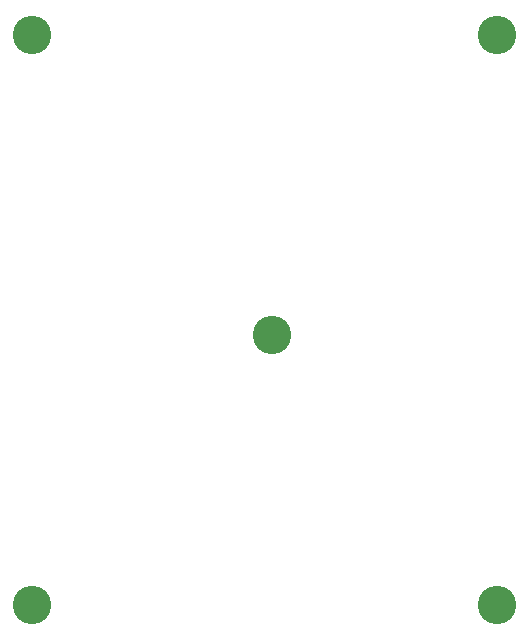
<source format=gbs>
G75*
G70*
%OFA0B0*%
%FSLAX24Y24*%
%IPPOS*%
%LPD*%
%AMOC8*
5,1,8,0,0,1.08239X$1,22.5*
%
%ADD10C,0.1280*%
D10*
X001650Y001650D03*
X009650Y010650D03*
X017150Y001650D03*
X017150Y020650D03*
X001650Y020650D03*
M02*

</source>
